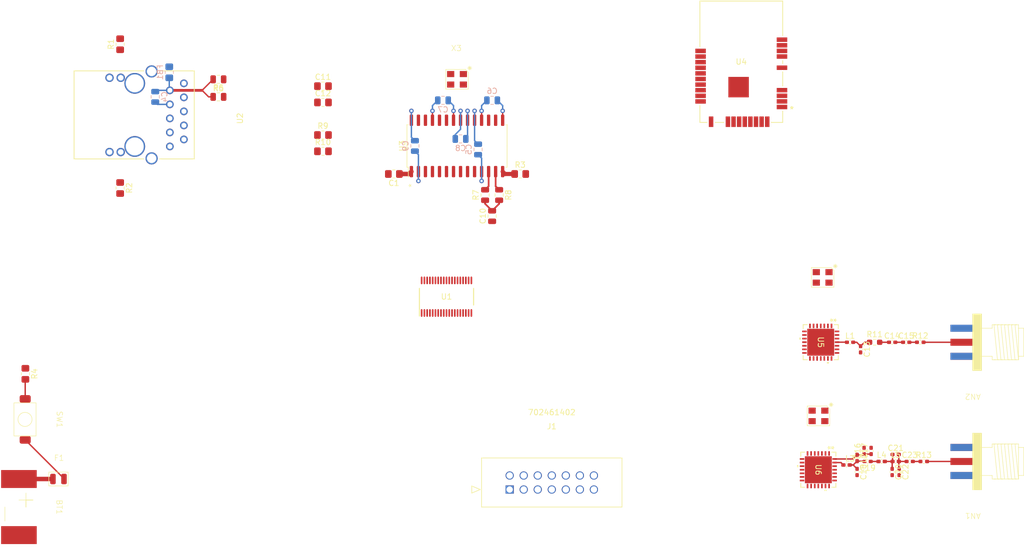
<source format=kicad_pcb>
(kicad_pcb (version 20221018) (generator pcbnew)
  (layers (0 "F.Cu" signal) (31 "B.Cu" signal) (34 "B.Paste" user) (35 "F.Paste" user) (36 "B.SilkS" user "B.Silkscreen") (37 "F.SilkS" user "F.Silkscreen") (38 "B.Mask" user) (39 "F.Mask" user) (44 "Edge.Cuts" user))
  (net 0 "")
  (net 1 "Net-(AN1-In)")
  (net 2 "GND")
  (net 3 "Net-(AN2-In)")
  (net 4 "/VC2ETH_N")
  (net 5 "/RD_N")
  (net 6 "/RD_P")
  (net 7 "/3v3")
  (net 8 "/VC2ETH_P")
  (net 9 "/TD_N")
  (net 10 "/TD_C")
  (net 11 "/TD_P")
  (net 12 "/LEDGN")
  (net 13 "/LEDYN")
  (net 14 "+3.3V")
  (net 16 "Net-(C10-Pad2)")
  (net 17 "Net-(C11-Pad2)")
  (net 19 "Net-(C12-Pad2)")
  (net 20 "Net-(C13-Pad1)")
  (net 21 "Net-(C14-Pad1)")
  (net 22 "Net-(C14-Pad2)")
  (net 23 "Net-(C15-Pad2)")
  (net 24 "Net-(C18-Pad1)")
  (net 25 "Net-(C19-Pad1)")
  (net 26 "Net-(C20-Pad1)")
  (net 32 "Net-(C21-Pad2)")
  (net 33 "Net-(C23-Pad2)")
  (net 34 "/~ETH_IRQ")
  (net 35 "/ETH_MISO")
  (net 36 "/ETH_MOSI")
  (net 37 "/ETH_CLK")
  (net 38 "/~ETH_CHIPSEL")
  (net 39 "/~ETH_RST")
  (net 40 "/OSC1_ETH")
  (net 41 "/MSP_VCC")
  (net 42 "Net-(SW1-A)")
  (net 43 "/MSP_VCC_TAR")
  (net 44 "/MSP_TEST")
  (net 45 "/~MSP_RST")
  (net 47 "Net-(U3-VCAP)")
  (net 48 "Net-(U6-VR_PA)")
  (net 49 "Net-(U5-RFI)")
  (net 50 "Net-(U6-PA_BOOST)")
  (net 51 "Net-(U2-LEDY+)")
  (net 52 "Net-(U2-LEDG+)")
  (net 53 "Net-(U3-RBIAS)")
  (net 54 "Net-(U1-RST_NMI_SBWTDIO_N)")
  (net 119 "Net-(U5-XTA)")
  (net 141 "Net-(U6-XTA)")
  (net 160 "Net-(BT1-Inner1)")
  (footprint "Resistor_SMD:R_0805_2012Metric_Pad1.20x1.40mm_HandSolder" (layer "F.Cu") (at 89.405 49.91)
    (fp_text reference "C12")
    (fp_text value "0.1 nF")
  )
  (footprint "Resistor_SMD:R_0805_2012Metric_Pad1.20x1.40mm_HandSolder" (layer "F.Cu") (at 89.405 58.76)
    (fp_text reference "R10")
    (fp_text value "75 Ohm")
  )
  (footprint "Inductor_SMD:L_0402_1005Metric_Pad0.77x0.64mm_HandSolder" (layer "F.Cu") (at 186.055 114.3 -90)
    (fp_text reference "L2")
    (fp_text value "33 nH")
  )
  (footprint "Capacitor_SMD:C_0402_1005Metric_Pad0.74x0.62mm_HandSolder" (layer "F.Cu") (at 184.785 93.345)
    (fp_text reference "L1")
    (fp_text value "10 nH")
  )
  (footprint "Capacitor_SMD:C_0805_2012Metric" (layer "F.Cu") (at 70.485 48.895)
    (fp_text reference "R6")
    (fp_text value "49.9 Ohm")
  )
  (footprint "MagicWiFi:SMA_EDGELAUNCH" (layer "F.Cu") (at 207.01 93.345 180)
    (fp_text reference "AN2")
    (fp_text value "~")
  )
  (footprint "MagicWiFi:TCXO" (layer "F.Cu") (at 113.665 45.72)
    (fp_text reference "X3")
    (fp_text value "Osc")
  )
  (footprint "Resistor_SMD:R_0805_2012Metric_Pad1.20x1.40mm_HandSolder" (layer "F.Cu") (at 125.095 62.865)
    (fp_text reference "R3")
    (fp_text value "2.32k 1%")
  )
  (footprint "MagicWiFi:QFN28_6X6_SEM" (layer "F.Cu") (at 179.04 116.4336 -90)
    (fp_text reference "U6")
    (fp_text value "LoRa2")
  )
  (footprint "Capacitor_SMD:C_0402_1005Metric_Pad0.74x0.62mm_HandSolder" (layer "F.Cu") (at 193.04 113.665)
    (fp_text reference "C21")
    (fp_text value "1.5 pF")
  )
  (footprint "Resistor_SMD:R_0805_2012Metric_Pad1.20x1.40mm_HandSolder" (layer "F.Cu") (at 102.235 62.865 180)
    (fp_text reference "C1")
    (fp_text value "10uF")
  )
  (footprint "Capacitor_SMD:C_0402_1005Metric_Pad0.74x0.62mm_HandSolder" (layer "F.Cu") (at 192.405 93.345)
    (fp_text reference "C14")
    (fp_text value "47 pF")
  )
  (footprint "Inductor_SMD:L_0402_1005Metric_Pad0.77x0.64mm_HandSolder" (layer "F.Cu") (at 184.15 115.57)
    (fp_text reference "L3")
    (fp_text value "2.7 nH")
  )
  (footprint "Capacitor_SMD:C_0805_2012Metric" (layer "F.Cu") (at 70.485 45.72 180)
    (fp_text reference "R5")
    (fp_text value "49.9 Ohm")
  )
  (footprint "Capacitor_SMD:C_0402_1005Metric_Pad0.74x0.62mm_HandSolder" (layer "F.Cu") (at 188.595 113.03 90)
    (fp_text reference "C17")
    (fp_text value "47 pF")
  )
  (footprint "Capacitor_SMD:C_0402_1005Metric_Pad0.74x0.62mm_HandSolder" (layer "F.Cu") (at 187.325 113.03 90)
    (fp_text reference "C16")
    (fp_text value "10 nF")
  )
  (footprint "MagicWiFi:KSR223GNCLFG" (layer "F.Cu") (at 41.24 107.315 -90)
    (fp_text reference "SW1")
    (fp_text value "SPST-NC")
  )
  (footprint "MagicWiFi:Fuse_BelFuse_0ZCJ0_1206_Metric_3216" (layer "F.Cu") (at 41.545 118.11)
    (fp_text reference "F1")
    (fp_text value "Polyfuse")
  )
  (footprint "MagicWiFi:TCXO" (layer "F.Cu") (at 179.825 81.595)
    (fp_text reference "X2" hide)
    (fp_text value "Osc" hide)
  )
  (footprint "Capacitor_SMD:C_0402_1005Metric_Pad0.74x0.62mm_HandSolder" (layer "F.Cu") (at 192.405 116.84 -90)
    (fp_text reference "C20")
    (fp_text value "8.2 pF")
  )
  (footprint "Resistor_SMD:R_0805_2012Metric_Pad1.20x1.40mm_HandSolder" (layer "F.Cu") (at 89.405 46.96)
    (fp_text reference "C11")
    (fp_text value "0.1 nF")
  )
  (footprint "Capacitor_SMD:C_0402_1005Metric_Pad0.74x0.62mm_HandSolder" (layer "F.Cu") (at 186.69 94.615 -90)
    (fp_text reference "C13")
    (fp_text value "3.3 pF")
  )
  (footprint "MagicWiFi:CON_702461402_MOL" (layer "F.Cu") (at 123.19 120.015)
    (fp_text reference "J1")
    (fp_text value "702461402")
  )
  (footprint "Inductor_SMD:L_0402_1005Metric_Pad0.77x0.64mm_HandSolder" (layer "F.Cu") (at 193.04 114.935)
    (fp_text reference "L5")
    (fp_text value "5.6 nH")
  )
  (footprint "Capacitor_SMD:C_0805_2012Metric" (layer "F.Cu") (at 120.015 70.485 90)
    (fp_text reference "C10")
    (fp_text value "0.1 uF")
  )
  (footprint "MagicWiFi:QFN28_6X6_SEM" (layer "F.Cu") (at 179.4764 93.330001 -90)
    (fp_text reference "U5")
    (fp_text value "LoRa1")
  )
  (footprint "MagicWiFi:TCXO" (layer "F.Cu") (at 179.07 106.68)
    (fp_text reference "X1" hide)
    (fp_text value "Osc" hide)
  )
  (footprint "Capacitor_SMD:C_0402_1005Metric_Pad0.74x0.62mm_HandSolder" (layer "F.Cu") (at 194.945 93.345)
    (fp_text reference "C15")
    (fp_text value "47 pF")
  )
  (footprint "Capacitor_SMD:C_0402_1005Metric_Pad0.74x0.62mm_HandSolder" (layer "F.Cu") (at 187.96 114.935 180)
    (fp_text reference "C19")
    (fp_text value "22 pF")
  )
  (footprint "Resistor_SMD:R_0603_1608Metric_Pad0.98x0.95mm_HandSolder" (layer "F.Cu") (at 189.23 93.345)
    (fp_text reference "R11")
    (fp_text value "0R")
  )
  (footprint "MagicWiFi:DBT0038A_MSP430_N" (layer "F.Cu") (at 111.76 85.09 90)
    (fp_text reference "U1")
    (fp_text value "MSP430")
  )
  (footprint "MagicWiFi:SMA_EDGELAUNCH" (layer "F.Cu") (at 207.01 114.935 180)
    (fp_text reference "AN1")
    (fp_text value "~")
  )
  (footprint "Inductor_SMD:L_0402_1005Metric_Pad0.77x0.64mm_HandSolder" (layer "F.Cu") (at 190.5 114.935)
    (fp_text reference "L4")
    (fp_text value "5.6 nH")
  )
  (footprint "Capacitor_SMD:C_0402_1005Metric_Pad0.74x0.62mm_HandSolder" (layer "F.Cu") (at 195.58 114.935)
    (fp_text reference "C23")
    (fp_text value "47 pF")
  )
  (footprint "Capacitor_SMD:C_0402_1005Metric_Pad0.74x0.62mm_HandSolder" (layer "F.Cu") (at 186.055 116.84 -90)
    (fp_text reference "C18")
    (fp_text value "8.2 pF")
  )
  (footprint "Resistor_SMD:R_0402_1005Metric_Pad0.72x0.64mm_HandSolder" (layer "F.Cu") (at 198.12 114.935)
    (fp_text reference "R13")
    (fp_text value "0R")
  )
  (footprint "Resistor_SMD:R_0805_2012Metric_Pad1.20x1.40mm_HandSolder" (layer "F.Cu") (at 52.705 65.405 -90)
    (fp_text reference "R2")
    (fp_text value "60")
  )
  (footprint "Resistor_SMD:R_0805_2012Metric_Pad1.20x1.40mm_HandSolder" (layer "F.Cu") (at 52.705 39.37 90)
    (fp_text reference "R1")
    (fp_text value "60")
  )
  (footprint "Resistor_SMD:R_0805_2012Metric_Pad1.20x1.40mm_HandSolder" (layer "F.Cu") (at 35.56 99.06 -90)
    (fp_text reference "R4")
    (fp_text value "47k")
  )
  (footprint "Resistor_SMD:R_0402_1005Metric_Pad0.72x0.64mm_HandSolder" (layer "F.Cu") (at 197.485 93.345)
    (fp_text reference "R12")
    (fp_text value "0R")
  )
  (footprint "MagicWiFi:Barrel_Conn" (layer "F.Cu") (at 31.215 123.19 -90)
    (fp_text reference "BT1")
    (fp_text value "~")
  )
  (footprint "Package_SO:SOIC-28W_7.5x17.9mm_P1.27mm" (layer "F.Cu") (at 113.665 57.785 90)
    (fp_text reference "U3")
    (fp_text value "ENC")
  )
  (footprint "Capacitor_SMD:C_0805_2012Metric" (layer "F.Cu") (at 121.285 66.675 -90)
    (fp_text reference "R8")
    (fp_text value "49.9 Ohm")
  )
  (footprint "MagicWiFi:ATWINC15x0-MR210_MCH" (layer "F.Cu") (at 165.1 42.545)
    (fp_text reference "U4")
    (fp_text value "ATC")
  )
  (footprint "Capacitor_SMD:C_0402_1005Metric_Pad0.74x0.62mm_HandSolder" (layer "F.Cu") (at 193.675 116.84 -90)
    (fp_text reference "C22")
    (fp_text value "3.3 pF")
  )
  (footprint "Capacitor_SMD:C_0805_2012Metric" (layer "F.Cu") (at 118.745 66.675 90)
    (fp_text reference "R7")
    (fp_text value "49.9 Ohm")
  )
  (footprint "MagicWiFi:ARJM11C7-114-BA-EW2_ABR" (layer "F.Cu") (at 61.700799 57.880749 90)
    (fp_text reference "U2")
    (fp_text value "ARJ1")
  )
  (footprint "Resistor_SMD:R_0805_2012Metric_Pad1.20x1.40mm_HandSolder" (layer "F.Cu") (at 89.405 55.81)
    (fp_text reference "R9")
    (fp_text value "75 Ohm")
  )
  (footprint "Capacitor_SMD:C_0805_2012Metric" (layer "B.Cu") (at 59.055 48.895 90)
    (fp_text reference "C4")
    (fp_text value "0.1 uF")
  )
  (footprint "Capacitor_SMD:C_0805_2012Metric" (layer "B.Cu") (at 106.045 57.785 -90)
    (fp_text reference "C9")
    (fp_text value "0.1 uF")
  )
  (footprint "Capacitor_SMD:C_0805_2012Metric" (layer "B.Cu") (at 117.475 58.42 -90)
    (fp_text reference "C5")
    (fp_text value "0.1 uF")
  )
  (footprint "Capacitor_SMD:C_0805_2012Metric" (layer "B.Cu") (at 111.125 49.53)
    (fp_text reference "C7")
    (fp_text value "0.1 uF")
  )
  (footprint "Capacitor_SMD:C_0805_2012Metric" (layer "B.Cu") (at 114.3 56.515)
    (fp_text reference "C8")
    (fp_text value "0.1 uF")
  )
  (footprint "Capacitor_SMD:C_0805_2012Metric" (layer "B.Cu") (at 120.015 49.53 180)
    (fp_text reference "C6")
    (fp_text value "0.1 uF")
  )
  (footprint "Resistor_SMD:R_0805_2012Metric_Pad1.20x1.40mm_HandSolder" (layer "B.Cu") (at 61.595 44.45 -90)
    (fp_text reference "FB1")
    (fp_text value "80 mA min")
  )
  (segment (start 198.7175 114.935) (end 204.978 114.935) (width 0.25) (layer "F.Cu") (net 1))
  (segment (start 114.3 51.435) (end 114.3 53.135) (width 0.25) (layer "F.Cu") (net 2))
  (segment (start 118.11 64.135) (end 118.11 62.435) (width 0.25) (layer "F.Cu") (net 2))
  (segment (start 118.11 53.135) (end 118.11 51.435) (width 0.25) (layer "F.Cu") (net 2))
  (segment (start 113.03 51.435) (end 113.03 53.135) (width 0.25) (layer "F.Cu") (net 2))
  (segment (start 106.68 62.435) (end 106.68 64.135) (width 0.25) (layer "F.Cu") (net 2))
  (via (at 118.11 64.135) (size 0.8) (drill 0.4) (layers "F.Cu" "B.Cu") (net 2))
  (via (at 113.03 51.435) (size 0.8) (drill 0.4) (layers "F.Cu" "B.Cu") (net 2))
  (via (at 114.3 51.435) (size 0.8) (drill 0.4) (layers "F.Cu" "B.Cu") (net 2))
  (via (at 106.68 64.135) (size 0.8) (drill 0.4) (layers "F.Cu" "B.Cu") (net 2))
  (via (at 118.11 51.435) (size 0.8) (drill 0.4) (layers "F.Cu" "B.Cu") (net 2))
  (segment (start 113.35 56.515) (end 113.35 55.72) (width 0.25) (layer "B.Cu") (net 2))
  (segment (start 118.11 50.485) (end 119.065 49.53) (width 0.25) (layer "B.Cu") (net 2))
  (segment (start 106.68 64.135) (end 106.68 59.37) (width 0.25) (layer "B.Cu") (net 2))
  (segment (start 113.03 50.485) (end 113.03 51.435) (width 0.25) (layer "B.Cu") (net 2))
  (segment (start 59.470749 50.260749) (end 61.700799 50.260749) (width 0.25) (layer "B.Cu") (net 2))
  (segment (start 59.055 49.845) (end 59.470749 50.260749) (width 0.25) (layer "B.Cu") (net 2))
  (segment (start 114.3 54.77) (end 114.3 51.435) (width 0.25) (layer "B.Cu") (net 2))
  (segment (start 118.11 51.435) (end 118.11 50.485) (width 0.25) (layer "B.Cu") (net 2))
  (segment (start 118.11 60.005) (end 118.11 64.135) (width 0.25) (layer "B.Cu") (net 2))
  (segment (start 117.475 59.37) (end 118.11 60.005) (width 0.25) (layer "B.Cu") (net 2))
  (segment (start 113.35 55.72) (end 114.3 54.77) (width 0.25) (layer "B.Cu") (net 2))
  (segment (start 112.075 49.53) (end 113.03 50.485) (width 0.25) (layer "B.Cu") (net 2))
  (segment (start 106.68 59.37) (end 106.045 58.735) (width 0.25) (layer "B.Cu") (net 2))
  (segment (start 198.0825 93.345) (end 203.073 93.345) (width 0.25) (layer "F.Cu") (net 3))
  (segment (start 119.38 65.09) (end 119.38 62.435) (width 0.305) (layer "F.Cu") (net 5))
  (segment (start 118.745 65.725) (end 119.38 65.09) (width 0.305) (layer "F.Cu") (net 5))
  (segment (start 120.65 65.09) (end 120.65 62.435) (width 0.305) (layer "F.Cu") (net 6))
  (segment (start 121.285 65.725) (end 120.65 65.09) (width 0.305) (layer "F.Cu") (net 6))
  (segment (start 69.535 45.72) (end 67.534251 47.720749) (width 0.25) (layer "F.Cu") (net 10))
  (segment (start 69.535 48.895) (end 68.708502 48.895) (width 0.25) (layer "F.Cu") (net 10))
  (segment (start 68.708502 48.895) (end 67.534251 47.720749) (width 0.25) (layer "F.Cu") (net 10))
  (segment (start 67.534251 47.720749) (end 61.700799 47.720749) (width 0.5) (layer "F.Cu") (net 10))
  (segment (start 61.595 47.61495) (end 61.700799 47.720749) (width 0.25) (layer "B.Cu") (net 10))
  (segment (start 59.055 47.945) (end 59.279251 47.720749) (width 0.25) (layer "B.Cu") (net 10))
  (segment (start 61.595 45.45) (end 61.595 47.61495) (width 0.25) (layer "B.Cu") (net 10))
  (segment (start 59.279251 47.720749) (end 61.700799 47.720749) (width 0.25) (layer "B.Cu") (net 10))
  (segment (start 42.545 118.035) (end 35.525 111.015) (width 0.254) (layer "F.Cu") (net 14))
  (segment (start 109.22 53.135) (end 109.22 51.435) (width 0.25) (layer "F.Cu") (net 14))
  (segment (start 115.57 51.435) (end 115.57 53.135) (width 0.25) (layer "F.Cu") (net 14))
  (segment (start 42.545 118.11) (end 42.545 118.035) (width 0.25) (layer "F.Cu") (net 14))
  (segment (start 121.92 51.435) (end 121.92 53.135) (width 0.25) (layer "F.Cu") (net 14))
  (segment (start 116.84 53.135) (end 116.84 51.435) (width 0.25) (layer "F.Cu") (net 14))
  (segment (start 105.41 53.135) (end 105.41 51.435) (width 0.25) (layer "F.Cu") (net 14))
  (via (at 115.57 51.435) (size 0.8) (drill 0.4) (layers "F.Cu" "B.Cu") (net 14))
  (via (at 109.22 51.435) (size 0.8) (drill 0.4) (layers "F.Cu" "B.Cu") (net 14))
  (via (at 105.41 51.435) (size 0.8) (drill 0.4) (layers "F.Cu" "B.Cu") (net 14))
  (via (at 116.84 51.435) (size 0.8) (drill 0.4) (layers "F.Cu" "B.Cu") (net 14))
  (via (at 121.92 51.435) (size 0.8) (drill 0.4) (layers "F.Cu" "B.Cu") (net 14))
  (segment (start 121.92 50.485) (end 120.965 49.53) (width 0.25) (layer "B.Cu") (net 14))
  (segment (start 116.84 56.835) (end 117.475 57.47) (width 0.25) (layer "B.Cu") (net 14))
  (segment (start 105.41 56.2) (end 106.045 56.835) (width 0.25) (layer "B.Cu") (net 14))
  (segment (start 109.22 51.435) (end 109.22 50.485) (width 0.25) (layer "B.Cu") (net 14))
  (segment (start 105.41 51.435) (end 105.41 56.2) (width 0.25) (layer "B.Cu") (net 14))
  (segment (start 115.57 56.195) (end 115.57 51.435) (width 0.25) (layer "B.Cu") (net 14))
  (segment (start 121.92 51.435) (end 121.92 50.485) (width 0.25) (layer "B.Cu") (net 14))
  (segment (start 115.25 56.515) (end 115.57 56.195) (width 0.25) (layer "B.Cu") (net 14))
  (segment (start 116.84 51.435) (end 116.84 56.835) (width 0.25) (layer "B.Cu") (net 14))
  (segment (start 109.22 50.485) (end 110.175 49.53) (width 0.25) (layer "B.Cu") (net 14))
  (segment (start 118.745 67.625) (end 118.745 68.265) (width 0.305) (layer "F.Cu") (net 16))
  (segment (start 118.745 68.265) (end 120.015 69.535) (width 0.305) (layer "F.Cu") (net 16))
  (segment (start 121.285 67.625) (end 121.285 68.265) (width 0.305) (layer "F.Cu") (net 16))
  (segment (start 121.285 68.265) (end 120.015 69.535) (width 0.305) (layer "F.Cu") (net 16))
  (segment (start 185.3525 93.345) (end 185.9875 93.345) (width 0.25) (layer "F.Cu") (net 20))
  (segment (start 185.9875 93.345) (end 186.69 94.0475) (width 0.25) (layer "F.Cu") (net 20))
  (segment (start 187.3925 93.345) (end 186.69 94.0475) (width 0.25) (layer "F.Cu") (net 20))
  (segment (start 188.3175 93.345) (end 187.3925 93.345) (width 0.25) (layer "F.Cu") (net 20))
  (segment (start 186.69 94.0475) (end 186.69 93.98) (width 0.25) (layer "F.Cu") (net 20))
  (segment (start 190.1425 93.345) (end 191.8375 93.345) (width 0.25) (layer "F.Cu") (net 21))
  (segment (start 192.9725 93.345) (end 194.3775 93.345) (width 0.25) (layer "F.Cu") (net 22))
  (segment (start 195.5125 93.345) (end 196.8875 93.345) (width 0.25) (layer "F.Cu") (net 23))
  (segment (start 186.055 114.8725) (end 185.3575 115.57) (width 0.25) (layer "F.Cu") (net 24))
  (segment (start 185.3575 115.57) (end 184.7225 115.57) (width 0.25) (layer "F.Cu") (net 24))
  (segment (start 185.3525 115.57) (end 186.055 116.2725) (width 0.25) (layer "F.Cu") (net 24))
  (segment (start 184.7225 115.57) (end 185.3525 115.57) (width 0.25) (layer "F.Cu") (net 24))
  (segment (start 186.055 114.8725) (end 187.33 114.8725) (width 0.25) (layer "F.Cu") (net 24))
  (segment (start 187.33 114.8725) (end 187.3925 114.935) (width 0.25) (layer "F.Cu") (net 24))
  (segment (start 188.5275 114.935) (end 189.9275 114.935) (width 0.25) (layer "F.Cu") (net 25))
  (segment (start 192.4725 114.93) (end 192.4675 114.935) (width 0.25) (layer "F.Cu") (net 26))
  (segment (start 192.405 116.2725) (end 192.405 114.9975) (width 0.25) (layer "F.Cu") (net 26))
  (segment (start 192.4725 113.665) (end 192.4725 114.93) (width 0.25) (layer "F.Cu") (net 26))
  (segment (start 192.405 114.9975) (end 192.4675 114.935) (width 0.25) (layer "F.Cu") (net 26))
  (segment (start 191.0725 114.935) (end 192.4675 114.935) (width 0.25) (layer "F.Cu") (net 26))
  (segment (start 193.6125 114.935) (end 193.6125 116.21) (width 0.25) (layer "F.Cu") (net 32))
  (segment (start 193.6075 113.665) (end 193.6075 114.93) (width 0.25) (layer "F.Cu") (net 32))
  (segment (start 193.6125 116.21) (end 193.675 116.2725) (width 0.25) (layer "F.Cu") (net 32))
  (segment (start 195.0125 114.935) (end 193.6125 114.935) (width 0.25) (layer "F.Cu") (net 32))
  (segment (start 193.6075 114.93) (end 193.6125 114.935) (width 0.25) (layer "F.Cu") (net 32))
  (segment (start 197.5225 114.935) (end 196.1475 114.935) (width 0.25) (layer "F.Cu") (net 33))
  (segment (start 35.525 100.095) (end 35.56 100.06) (width 0.25) (layer "F.Cu") (net 42))
  (segment (start 35.525 103.615) (end 35.525 100.095) (width 0.254) (layer "F.Cu") (net 42))
  (segment (start 104.98 62.865) (end 105.41 62.435) (width 0.813) (layer "F.Cu") (net 47))
  (segment (start 103.235 62.865) (end 104.98 62.865) (width 0.813) (layer "F.Cu") (net 47))
  (segment (start 186.055 113.7275) (end 185.298899 114.483601) (width 0.25) (layer "F.Cu") (net 48))
  (segment (start 186.055 113.7275) (end 187.195 113.7275) (width 0.25) (layer "F.Cu") (net 48))
  (segment (start 185.298899 114.483601) (end 181.9864 114.483601) (width 0.25) (layer "F.Cu") (net 48))
  (segment (start 187.195 113.7275) (end 187.325 113.5975) (width 0.25) (layer "F.Cu") (net 48))
  (segment (start 187.325 113.5975) (end 188.595 113.5975) (width 0.25) (layer "F.Cu") (net 48))
  (segment (start 184.202501 93.330001) (end 184.2175 93.345) (width 0.25) (layer "F.Cu") (net 49))
  (segment (start 182.4228 93.330001) (end 184.202501 93.330001) (width 0.25) (layer "F.Cu") (net 49))
  (segment (start 183.1411 115.1336) (end 181.9864 115.1336) (width 0.25) (layer "F.Cu") (net 50))
  (segment (start 183.5775 115.57) (end 183.1411 115.1336) (width 0.25) (layer "F.Cu") (net 50))
  (segment (start 124.095 62.865) (end 122.35 62.865) (width 0.75) (layer "F.Cu") (net 53))
  (segment (start 122.35 62.865) (end 121.92 62.435) (width 0.75) (layer "F.Cu") (net 53))
  (segment (start 40.545 118.11) (end 34.39 118.11) (width 0.813) (layer "F.Cu") (net 160))
)
</source>
